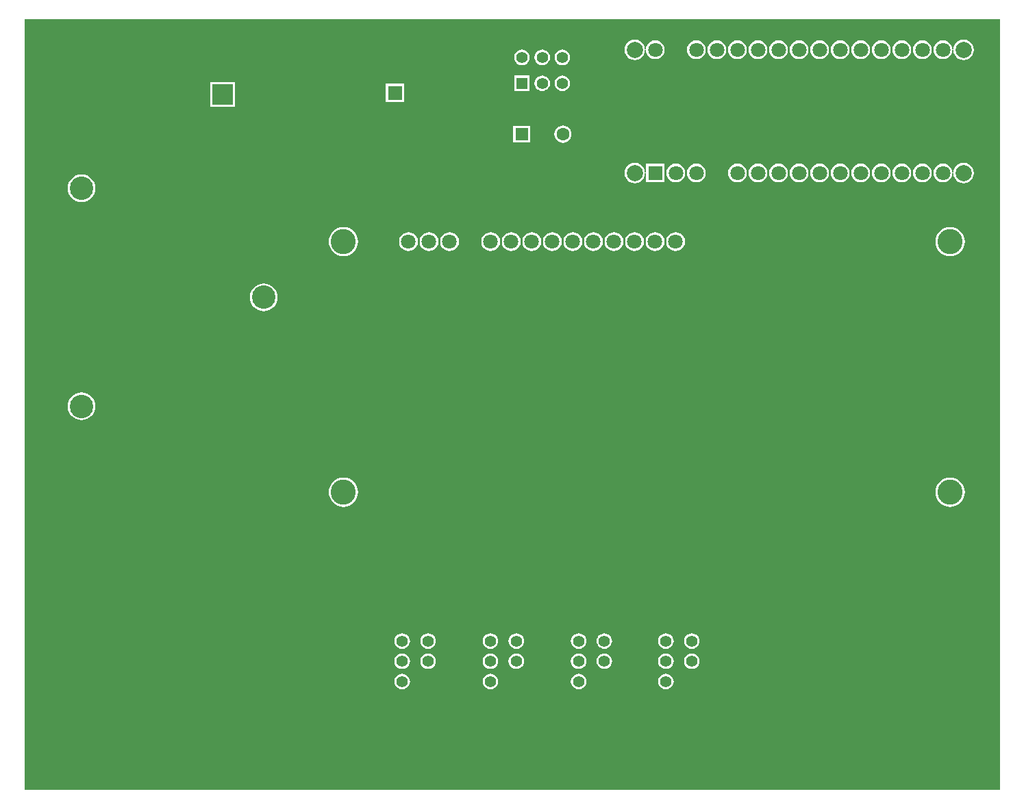
<source format=gbl>
G04*
G04 #@! TF.GenerationSoftware,Altium Limited,Altium Designer,19.1.9 (167)*
G04*
G04 Layer_Physical_Order=2*
G04 Layer_Color=16711680*
%FSLAX24Y24*%
%MOIN*%
G70*
G01*
G75*
%ADD44C,0.0551*%
%ADD45R,0.0551X0.0551*%
%ADD46R,0.0551X0.0551*%
%ADD47R,0.1024X0.1024*%
%ADD48C,0.1024*%
%ADD49C,0.1142*%
%ADD50C,0.0787*%
%ADD51R,0.0709X0.0709*%
%ADD52C,0.0709*%
%ADD53C,0.1220*%
%ADD54R,0.0630X0.0630*%
%ADD55C,0.0630*%
%ADD56C,0.0500*%
G36*
X47480Y0D02*
X35D01*
X-0Y35D01*
X0Y37520D01*
X47480D01*
X47480Y0D01*
D02*
G37*
%LPC*%
G36*
X45701Y36537D02*
X45572Y36520D01*
X45452Y36471D01*
X45349Y36391D01*
X45270Y36288D01*
X45220Y36168D01*
X45206Y36065D01*
X45156D01*
X45143Y36158D01*
X45098Y36268D01*
X45025Y36363D01*
X44930Y36436D01*
X44819Y36482D01*
X44701Y36498D01*
X44582Y36482D01*
X44472Y36436D01*
X44377Y36363D01*
X44304Y36268D01*
X44258Y36158D01*
X44243Y36039D01*
X44258Y35921D01*
X44304Y35810D01*
X44377Y35715D01*
X44472Y35643D01*
X44582Y35597D01*
X44701Y35581D01*
X44819Y35597D01*
X44930Y35643D01*
X45025Y35715D01*
X45098Y35810D01*
X45143Y35921D01*
X45156Y36014D01*
X45206D01*
X45220Y35910D01*
X45270Y35790D01*
X45349Y35687D01*
X45452Y35608D01*
X45572Y35558D01*
X45701Y35541D01*
X45830Y35558D01*
X45950Y35608D01*
X46053Y35687D01*
X46132Y35790D01*
X46182Y35910D01*
X46199Y36039D01*
X46182Y36168D01*
X46132Y36288D01*
X46053Y36391D01*
X45950Y36471D01*
X45830Y36520D01*
X45701Y36537D01*
D02*
G37*
G36*
X43701Y36498D02*
X43582Y36482D01*
X43472Y36436D01*
X43377Y36363D01*
X43304Y36268D01*
X43258Y36158D01*
X43243Y36039D01*
X43258Y35921D01*
X43304Y35810D01*
X43377Y35715D01*
X43472Y35643D01*
X43582Y35597D01*
X43701Y35581D01*
X43819Y35597D01*
X43930Y35643D01*
X44025Y35715D01*
X44098Y35810D01*
X44143Y35921D01*
X44159Y36039D01*
X44143Y36158D01*
X44098Y36268D01*
X44025Y36363D01*
X43930Y36436D01*
X43819Y36482D01*
X43701Y36498D01*
D02*
G37*
G36*
X42701D02*
X42582Y36482D01*
X42472Y36436D01*
X42377Y36363D01*
X42304Y36268D01*
X42258Y36158D01*
X42243Y36039D01*
X42258Y35921D01*
X42304Y35810D01*
X42377Y35715D01*
X42472Y35643D01*
X42582Y35597D01*
X42701Y35581D01*
X42819Y35597D01*
X42930Y35643D01*
X43025Y35715D01*
X43098Y35810D01*
X43143Y35921D01*
X43159Y36039D01*
X43143Y36158D01*
X43098Y36268D01*
X43025Y36363D01*
X42930Y36436D01*
X42819Y36482D01*
X42701Y36498D01*
D02*
G37*
G36*
X41701D02*
X41582Y36482D01*
X41472Y36436D01*
X41377Y36363D01*
X41304Y36268D01*
X41258Y36158D01*
X41243Y36039D01*
X41258Y35921D01*
X41304Y35810D01*
X41377Y35715D01*
X41472Y35643D01*
X41582Y35597D01*
X41701Y35581D01*
X41819Y35597D01*
X41930Y35643D01*
X42025Y35715D01*
X42098Y35810D01*
X42143Y35921D01*
X42159Y36039D01*
X42143Y36158D01*
X42098Y36268D01*
X42025Y36363D01*
X41930Y36436D01*
X41819Y36482D01*
X41701Y36498D01*
D02*
G37*
G36*
X40701D02*
X40582Y36482D01*
X40472Y36436D01*
X40377Y36363D01*
X40304Y36268D01*
X40258Y36158D01*
X40243Y36039D01*
X40258Y35921D01*
X40304Y35810D01*
X40377Y35715D01*
X40472Y35643D01*
X40582Y35597D01*
X40701Y35581D01*
X40819Y35597D01*
X40930Y35643D01*
X41025Y35715D01*
X41098Y35810D01*
X41143Y35921D01*
X41159Y36039D01*
X41143Y36158D01*
X41098Y36268D01*
X41025Y36363D01*
X40930Y36436D01*
X40819Y36482D01*
X40701Y36498D01*
D02*
G37*
G36*
X39701D02*
X39582Y36482D01*
X39472Y36436D01*
X39377Y36363D01*
X39304Y36268D01*
X39258Y36158D01*
X39243Y36039D01*
X39258Y35921D01*
X39304Y35810D01*
X39377Y35715D01*
X39472Y35643D01*
X39582Y35597D01*
X39701Y35581D01*
X39819Y35597D01*
X39930Y35643D01*
X40025Y35715D01*
X40098Y35810D01*
X40143Y35921D01*
X40159Y36039D01*
X40143Y36158D01*
X40098Y36268D01*
X40025Y36363D01*
X39930Y36436D01*
X39819Y36482D01*
X39701Y36498D01*
D02*
G37*
G36*
X38701D02*
X38582Y36482D01*
X38472Y36436D01*
X38377Y36363D01*
X38304Y36268D01*
X38258Y36158D01*
X38243Y36039D01*
X38258Y35921D01*
X38304Y35810D01*
X38377Y35715D01*
X38472Y35643D01*
X38582Y35597D01*
X38701Y35581D01*
X38819Y35597D01*
X38930Y35643D01*
X39025Y35715D01*
X39098Y35810D01*
X39143Y35921D01*
X39159Y36039D01*
X39143Y36158D01*
X39098Y36268D01*
X39025Y36363D01*
X38930Y36436D01*
X38819Y36482D01*
X38701Y36498D01*
D02*
G37*
G36*
X37701D02*
X37582Y36482D01*
X37472Y36436D01*
X37377Y36363D01*
X37304Y36268D01*
X37258Y36158D01*
X37243Y36039D01*
X37258Y35921D01*
X37304Y35810D01*
X37377Y35715D01*
X37472Y35643D01*
X37582Y35597D01*
X37701Y35581D01*
X37819Y35597D01*
X37930Y35643D01*
X38025Y35715D01*
X38098Y35810D01*
X38143Y35921D01*
X38159Y36039D01*
X38143Y36158D01*
X38098Y36268D01*
X38025Y36363D01*
X37930Y36436D01*
X37819Y36482D01*
X37701Y36498D01*
D02*
G37*
G36*
X36701D02*
X36582Y36482D01*
X36472Y36436D01*
X36377Y36363D01*
X36304Y36268D01*
X36258Y36158D01*
X36243Y36039D01*
X36258Y35921D01*
X36304Y35810D01*
X36377Y35715D01*
X36472Y35643D01*
X36582Y35597D01*
X36701Y35581D01*
X36819Y35597D01*
X36930Y35643D01*
X37025Y35715D01*
X37098Y35810D01*
X37143Y35921D01*
X37159Y36039D01*
X37143Y36158D01*
X37098Y36268D01*
X37025Y36363D01*
X36930Y36436D01*
X36819Y36482D01*
X36701Y36498D01*
D02*
G37*
G36*
X35701D02*
X35582Y36482D01*
X35472Y36436D01*
X35377Y36363D01*
X35304Y36268D01*
X35258Y36158D01*
X35243Y36039D01*
X35258Y35921D01*
X35304Y35810D01*
X35377Y35715D01*
X35472Y35643D01*
X35582Y35597D01*
X35701Y35581D01*
X35819Y35597D01*
X35930Y35643D01*
X36025Y35715D01*
X36098Y35810D01*
X36143Y35921D01*
X36159Y36039D01*
X36143Y36158D01*
X36098Y36268D01*
X36025Y36363D01*
X35930Y36436D01*
X35819Y36482D01*
X35701Y36498D01*
D02*
G37*
G36*
X34701D02*
X34582Y36482D01*
X34472Y36436D01*
X34377Y36363D01*
X34304Y36268D01*
X34258Y36158D01*
X34243Y36039D01*
X34258Y35921D01*
X34304Y35810D01*
X34377Y35715D01*
X34472Y35643D01*
X34582Y35597D01*
X34701Y35581D01*
X34819Y35597D01*
X34930Y35643D01*
X35025Y35715D01*
X35098Y35810D01*
X35143Y35921D01*
X35159Y36039D01*
X35143Y36158D01*
X35098Y36268D01*
X35025Y36363D01*
X34930Y36436D01*
X34819Y36482D01*
X34701Y36498D01*
D02*
G37*
G36*
X33701D02*
X33582Y36482D01*
X33472Y36436D01*
X33377Y36363D01*
X33304Y36268D01*
X33258Y36158D01*
X33243Y36039D01*
X33258Y35921D01*
X33304Y35810D01*
X33377Y35715D01*
X33472Y35643D01*
X33582Y35597D01*
X33701Y35581D01*
X33819Y35597D01*
X33930Y35643D01*
X34025Y35715D01*
X34098Y35810D01*
X34143Y35921D01*
X34159Y36039D01*
X34143Y36158D01*
X34098Y36268D01*
X34025Y36363D01*
X33930Y36436D01*
X33819Y36482D01*
X33701Y36498D01*
D02*
G37*
G36*
X32701D02*
X32582Y36482D01*
X32472Y36436D01*
X32377Y36363D01*
X32304Y36268D01*
X32258Y36158D01*
X32243Y36039D01*
X32258Y35921D01*
X32304Y35810D01*
X32377Y35715D01*
X32472Y35643D01*
X32582Y35597D01*
X32701Y35581D01*
X32819Y35597D01*
X32930Y35643D01*
X33025Y35715D01*
X33098Y35810D01*
X33143Y35921D01*
X33159Y36039D01*
X33143Y36158D01*
X33098Y36268D01*
X33025Y36363D01*
X32930Y36436D01*
X32819Y36482D01*
X32701Y36498D01*
D02*
G37*
G36*
X29701Y36537D02*
X29572Y36520D01*
X29452Y36471D01*
X29349Y36391D01*
X29270Y36288D01*
X29220Y36168D01*
X29203Y36039D01*
X29220Y35910D01*
X29270Y35790D01*
X29349Y35687D01*
X29452Y35608D01*
X29572Y35558D01*
X29701Y35541D01*
X29830Y35558D01*
X29950Y35608D01*
X30053Y35687D01*
X30132Y35790D01*
X30182Y35910D01*
X30195Y36014D01*
X30246D01*
X30258Y35921D01*
X30304Y35810D01*
X30377Y35715D01*
X30472Y35643D01*
X30582Y35597D01*
X30701Y35581D01*
X30819Y35597D01*
X30930Y35643D01*
X31025Y35715D01*
X31098Y35810D01*
X31143Y35921D01*
X31159Y36039D01*
X31143Y36158D01*
X31098Y36268D01*
X31025Y36363D01*
X30930Y36436D01*
X30819Y36482D01*
X30701Y36498D01*
X30582Y36482D01*
X30472Y36436D01*
X30377Y36363D01*
X30304Y36268D01*
X30258Y36158D01*
X30246Y36065D01*
X30195D01*
X30182Y36168D01*
X30132Y36288D01*
X30053Y36391D01*
X29950Y36471D01*
X29830Y36520D01*
X29701Y36537D01*
D02*
G37*
G36*
X26181Y36048D02*
X26083Y36035D01*
X25992Y35997D01*
X25913Y35937D01*
X25853Y35859D01*
X25815Y35767D01*
X25802Y35669D01*
X25815Y35571D01*
X25853Y35480D01*
X25913Y35401D01*
X25992Y35341D01*
X26083Y35303D01*
X26181Y35290D01*
X26279Y35303D01*
X26371Y35341D01*
X26449Y35401D01*
X26509Y35480D01*
X26547Y35571D01*
X26560Y35669D01*
X26547Y35767D01*
X26509Y35859D01*
X26449Y35937D01*
X26371Y35997D01*
X26279Y36035D01*
X26181Y36048D01*
D02*
G37*
G36*
X25197D02*
X25099Y36035D01*
X25007Y35997D01*
X24929Y35937D01*
X24869Y35859D01*
X24831Y35767D01*
X24818Y35669D01*
X24831Y35571D01*
X24869Y35480D01*
X24929Y35401D01*
X25007Y35341D01*
X25099Y35303D01*
X25197Y35290D01*
X25295Y35303D01*
X25386Y35341D01*
X25465Y35401D01*
X25525Y35480D01*
X25563Y35571D01*
X25576Y35669D01*
X25563Y35767D01*
X25525Y35859D01*
X25465Y35937D01*
X25386Y35997D01*
X25295Y36035D01*
X25197Y36048D01*
D02*
G37*
G36*
X24213D02*
X24115Y36035D01*
X24023Y35997D01*
X23945Y35937D01*
X23885Y35859D01*
X23847Y35767D01*
X23834Y35669D01*
X23847Y35571D01*
X23885Y35480D01*
X23945Y35401D01*
X24023Y35341D01*
X24115Y35303D01*
X24213Y35290D01*
X24311Y35303D01*
X24402Y35341D01*
X24480Y35401D01*
X24541Y35480D01*
X24579Y35571D01*
X24591Y35669D01*
X24579Y35767D01*
X24541Y35859D01*
X24480Y35937D01*
X24402Y35997D01*
X24311Y36035D01*
X24213Y36048D01*
D02*
G37*
G36*
X24588Y34785D02*
X23837D01*
Y34034D01*
X24588D01*
Y34785D01*
D02*
G37*
G36*
X26181Y34788D02*
X26083Y34775D01*
X25992Y34738D01*
X25913Y34677D01*
X25853Y34599D01*
X25815Y34508D01*
X25802Y34409D01*
X25815Y34311D01*
X25853Y34220D01*
X25913Y34142D01*
X25992Y34081D01*
X26083Y34044D01*
X26181Y34031D01*
X26279Y34044D01*
X26371Y34081D01*
X26449Y34142D01*
X26509Y34220D01*
X26547Y34311D01*
X26560Y34409D01*
X26547Y34508D01*
X26509Y34599D01*
X26449Y34677D01*
X26371Y34738D01*
X26279Y34775D01*
X26181Y34788D01*
D02*
G37*
G36*
X25197D02*
X25099Y34775D01*
X25007Y34738D01*
X24929Y34677D01*
X24869Y34599D01*
X24831Y34508D01*
X24818Y34409D01*
X24831Y34311D01*
X24869Y34220D01*
X24929Y34142D01*
X25007Y34081D01*
X25099Y34044D01*
X25197Y34031D01*
X25295Y34044D01*
X25386Y34081D01*
X25465Y34142D01*
X25525Y34220D01*
X25563Y34311D01*
X25576Y34409D01*
X25563Y34508D01*
X25525Y34599D01*
X25465Y34677D01*
X25386Y34738D01*
X25295Y34775D01*
X25197Y34788D01*
D02*
G37*
G36*
X18486Y34391D02*
X17577D01*
Y33483D01*
X18486D01*
Y34391D01*
D02*
G37*
G36*
X10257Y34470D02*
X9034D01*
Y33246D01*
X10257D01*
Y34470D01*
D02*
G37*
G36*
X24624Y32344D02*
X23794D01*
Y31514D01*
X24624D01*
Y32344D01*
D02*
G37*
G36*
X26209Y32348D02*
X26100Y32333D01*
X25999Y32292D01*
X25913Y32225D01*
X25846Y32138D01*
X25804Y32037D01*
X25790Y31929D01*
X25804Y31821D01*
X25846Y31720D01*
X25913Y31633D01*
X25999Y31567D01*
X26100Y31525D01*
X26209Y31511D01*
X26317Y31525D01*
X26418Y31567D01*
X26505Y31633D01*
X26571Y31720D01*
X26613Y31821D01*
X26627Y31929D01*
X26613Y32037D01*
X26571Y32138D01*
X26505Y32225D01*
X26418Y32292D01*
X26317Y32333D01*
X26209Y32348D01*
D02*
G37*
G36*
X45701Y30537D02*
X45572Y30520D01*
X45452Y30471D01*
X45349Y30391D01*
X45270Y30288D01*
X45220Y30168D01*
X45206Y30065D01*
X45156D01*
X45143Y30158D01*
X45098Y30268D01*
X45025Y30363D01*
X44930Y30436D01*
X44819Y30482D01*
X44701Y30498D01*
X44582Y30482D01*
X44472Y30436D01*
X44377Y30363D01*
X44304Y30268D01*
X44258Y30158D01*
X44243Y30039D01*
X44258Y29921D01*
X44304Y29810D01*
X44377Y29715D01*
X44472Y29643D01*
X44582Y29597D01*
X44701Y29581D01*
X44819Y29597D01*
X44930Y29643D01*
X45025Y29715D01*
X45098Y29810D01*
X45143Y29921D01*
X45156Y30014D01*
X45206D01*
X45220Y29910D01*
X45270Y29790D01*
X45349Y29687D01*
X45452Y29608D01*
X45572Y29558D01*
X45701Y29541D01*
X45830Y29558D01*
X45950Y29608D01*
X46053Y29687D01*
X46132Y29790D01*
X46182Y29910D01*
X46199Y30039D01*
X46182Y30168D01*
X46132Y30288D01*
X46053Y30391D01*
X45950Y30471D01*
X45830Y30520D01*
X45701Y30537D01*
D02*
G37*
G36*
X29701D02*
X29572Y30520D01*
X29452Y30471D01*
X29349Y30391D01*
X29270Y30288D01*
X29220Y30168D01*
X29203Y30039D01*
X29220Y29910D01*
X29270Y29790D01*
X29349Y29687D01*
X29452Y29608D01*
X29572Y29558D01*
X29701Y29541D01*
X29830Y29558D01*
X29950Y29608D01*
X30053Y29687D01*
X30132Y29790D01*
X30182Y29910D01*
X30195Y30009D01*
X30196Y30022D01*
X30246Y30019D01*
Y29585D01*
X31155D01*
Y30494D01*
X30246D01*
Y30060D01*
X30196Y30057D01*
X30195Y30070D01*
X30182Y30168D01*
X30132Y30288D01*
X30053Y30391D01*
X29950Y30471D01*
X29830Y30520D01*
X29701Y30537D01*
D02*
G37*
G36*
X43701Y30498D02*
X43582Y30482D01*
X43472Y30436D01*
X43377Y30363D01*
X43304Y30268D01*
X43258Y30158D01*
X43243Y30039D01*
X43258Y29921D01*
X43304Y29810D01*
X43377Y29715D01*
X43472Y29643D01*
X43582Y29597D01*
X43701Y29581D01*
X43819Y29597D01*
X43930Y29643D01*
X44025Y29715D01*
X44098Y29810D01*
X44143Y29921D01*
X44159Y30039D01*
X44143Y30158D01*
X44098Y30268D01*
X44025Y30363D01*
X43930Y30436D01*
X43819Y30482D01*
X43701Y30498D01*
D02*
G37*
G36*
X42701D02*
X42582Y30482D01*
X42472Y30436D01*
X42377Y30363D01*
X42304Y30268D01*
X42258Y30158D01*
X42243Y30039D01*
X42258Y29921D01*
X42304Y29810D01*
X42377Y29715D01*
X42472Y29643D01*
X42582Y29597D01*
X42701Y29581D01*
X42819Y29597D01*
X42930Y29643D01*
X43025Y29715D01*
X43098Y29810D01*
X43143Y29921D01*
X43159Y30039D01*
X43143Y30158D01*
X43098Y30268D01*
X43025Y30363D01*
X42930Y30436D01*
X42819Y30482D01*
X42701Y30498D01*
D02*
G37*
G36*
X41701D02*
X41582Y30482D01*
X41472Y30436D01*
X41377Y30363D01*
X41304Y30268D01*
X41258Y30158D01*
X41243Y30039D01*
X41258Y29921D01*
X41304Y29810D01*
X41377Y29715D01*
X41472Y29643D01*
X41582Y29597D01*
X41701Y29581D01*
X41819Y29597D01*
X41930Y29643D01*
X42025Y29715D01*
X42098Y29810D01*
X42143Y29921D01*
X42159Y30039D01*
X42143Y30158D01*
X42098Y30268D01*
X42025Y30363D01*
X41930Y30436D01*
X41819Y30482D01*
X41701Y30498D01*
D02*
G37*
G36*
X40701D02*
X40582Y30482D01*
X40472Y30436D01*
X40377Y30363D01*
X40304Y30268D01*
X40258Y30158D01*
X40243Y30039D01*
X40258Y29921D01*
X40304Y29810D01*
X40377Y29715D01*
X40472Y29643D01*
X40582Y29597D01*
X40701Y29581D01*
X40819Y29597D01*
X40930Y29643D01*
X41025Y29715D01*
X41098Y29810D01*
X41143Y29921D01*
X41159Y30039D01*
X41143Y30158D01*
X41098Y30268D01*
X41025Y30363D01*
X40930Y30436D01*
X40819Y30482D01*
X40701Y30498D01*
D02*
G37*
G36*
X39701D02*
X39582Y30482D01*
X39472Y30436D01*
X39377Y30363D01*
X39304Y30268D01*
X39258Y30158D01*
X39243Y30039D01*
X39258Y29921D01*
X39304Y29810D01*
X39377Y29715D01*
X39472Y29643D01*
X39582Y29597D01*
X39701Y29581D01*
X39819Y29597D01*
X39930Y29643D01*
X40025Y29715D01*
X40098Y29810D01*
X40143Y29921D01*
X40159Y30039D01*
X40143Y30158D01*
X40098Y30268D01*
X40025Y30363D01*
X39930Y30436D01*
X39819Y30482D01*
X39701Y30498D01*
D02*
G37*
G36*
X38701D02*
X38582Y30482D01*
X38472Y30436D01*
X38377Y30363D01*
X38304Y30268D01*
X38258Y30158D01*
X38243Y30039D01*
X38258Y29921D01*
X38304Y29810D01*
X38377Y29715D01*
X38472Y29643D01*
X38582Y29597D01*
X38701Y29581D01*
X38819Y29597D01*
X38930Y29643D01*
X39025Y29715D01*
X39098Y29810D01*
X39143Y29921D01*
X39159Y30039D01*
X39143Y30158D01*
X39098Y30268D01*
X39025Y30363D01*
X38930Y30436D01*
X38819Y30482D01*
X38701Y30498D01*
D02*
G37*
G36*
X37701D02*
X37582Y30482D01*
X37472Y30436D01*
X37377Y30363D01*
X37304Y30268D01*
X37258Y30158D01*
X37243Y30039D01*
X37258Y29921D01*
X37304Y29810D01*
X37377Y29715D01*
X37472Y29643D01*
X37582Y29597D01*
X37701Y29581D01*
X37819Y29597D01*
X37930Y29643D01*
X38025Y29715D01*
X38098Y29810D01*
X38143Y29921D01*
X38159Y30039D01*
X38143Y30158D01*
X38098Y30268D01*
X38025Y30363D01*
X37930Y30436D01*
X37819Y30482D01*
X37701Y30498D01*
D02*
G37*
G36*
X36701D02*
X36582Y30482D01*
X36472Y30436D01*
X36377Y30363D01*
X36304Y30268D01*
X36258Y30158D01*
X36243Y30039D01*
X36258Y29921D01*
X36304Y29810D01*
X36377Y29715D01*
X36472Y29643D01*
X36582Y29597D01*
X36701Y29581D01*
X36819Y29597D01*
X36930Y29643D01*
X37025Y29715D01*
X37098Y29810D01*
X37143Y29921D01*
X37159Y30039D01*
X37143Y30158D01*
X37098Y30268D01*
X37025Y30363D01*
X36930Y30436D01*
X36819Y30482D01*
X36701Y30498D01*
D02*
G37*
G36*
X35701D02*
X35582Y30482D01*
X35472Y30436D01*
X35377Y30363D01*
X35304Y30268D01*
X35258Y30158D01*
X35243Y30039D01*
X35258Y29921D01*
X35304Y29810D01*
X35377Y29715D01*
X35472Y29643D01*
X35582Y29597D01*
X35701Y29581D01*
X35819Y29597D01*
X35930Y29643D01*
X36025Y29715D01*
X36098Y29810D01*
X36143Y29921D01*
X36159Y30039D01*
X36143Y30158D01*
X36098Y30268D01*
X36025Y30363D01*
X35930Y30436D01*
X35819Y30482D01*
X35701Y30498D01*
D02*
G37*
G36*
X34701D02*
X34582Y30482D01*
X34472Y30436D01*
X34377Y30363D01*
X34304Y30268D01*
X34258Y30158D01*
X34243Y30039D01*
X34258Y29921D01*
X34304Y29810D01*
X34377Y29715D01*
X34472Y29643D01*
X34582Y29597D01*
X34701Y29581D01*
X34819Y29597D01*
X34930Y29643D01*
X35025Y29715D01*
X35098Y29810D01*
X35143Y29921D01*
X35159Y30039D01*
X35143Y30158D01*
X35098Y30268D01*
X35025Y30363D01*
X34930Y30436D01*
X34819Y30482D01*
X34701Y30498D01*
D02*
G37*
G36*
X32701D02*
X32582Y30482D01*
X32472Y30436D01*
X32377Y30363D01*
X32304Y30268D01*
X32258Y30158D01*
X32243Y30039D01*
X32258Y29921D01*
X32304Y29810D01*
X32377Y29715D01*
X32472Y29643D01*
X32582Y29597D01*
X32701Y29581D01*
X32819Y29597D01*
X32930Y29643D01*
X33025Y29715D01*
X33098Y29810D01*
X33143Y29921D01*
X33159Y30039D01*
X33143Y30158D01*
X33098Y30268D01*
X33025Y30363D01*
X32930Y30436D01*
X32819Y30482D01*
X32701Y30498D01*
D02*
G37*
G36*
X31701D02*
X31582Y30482D01*
X31472Y30436D01*
X31377Y30363D01*
X31304Y30268D01*
X31258Y30158D01*
X31243Y30039D01*
X31258Y29921D01*
X31304Y29810D01*
X31377Y29715D01*
X31472Y29643D01*
X31582Y29597D01*
X31701Y29581D01*
X31819Y29597D01*
X31930Y29643D01*
X32025Y29715D01*
X32098Y29810D01*
X32143Y29921D01*
X32159Y30039D01*
X32143Y30158D01*
X32098Y30268D01*
X32025Y30363D01*
X31930Y30436D01*
X31819Y30482D01*
X31701Y30498D01*
D02*
G37*
G36*
X2780Y29965D02*
X2648Y29952D01*
X2522Y29914D01*
X2405Y29852D01*
X2303Y29768D01*
X2219Y29666D01*
X2157Y29549D01*
X2118Y29423D01*
X2105Y29291D01*
X2118Y29160D01*
X2157Y29033D01*
X2219Y28917D01*
X2303Y28815D01*
X2405Y28731D01*
X2522Y28669D01*
X2648Y28630D01*
X2780Y28617D01*
X2911Y28630D01*
X3038Y28669D01*
X3154Y28731D01*
X3256Y28815D01*
X3340Y28917D01*
X3402Y29033D01*
X3441Y29160D01*
X3454Y29291D01*
X3441Y29423D01*
X3402Y29549D01*
X3340Y29666D01*
X3256Y29768D01*
X3154Y29852D01*
X3038Y29914D01*
X2911Y29952D01*
X2780Y29965D01*
D02*
G37*
G36*
X31693Y27151D02*
X31574Y27136D01*
X31464Y27090D01*
X31369Y27017D01*
X31296Y26922D01*
X31250Y26812D01*
X31235Y26693D01*
X31250Y26574D01*
X31296Y26464D01*
X31369Y26369D01*
X31464Y26296D01*
X31574Y26250D01*
X31693Y26235D01*
X31812Y26250D01*
X31922Y26296D01*
X32017Y26369D01*
X32090Y26464D01*
X32136Y26574D01*
X32151Y26693D01*
X32136Y26812D01*
X32090Y26922D01*
X32017Y27017D01*
X31922Y27090D01*
X31812Y27136D01*
X31693Y27151D01*
D02*
G37*
G36*
X30693D02*
X30574Y27136D01*
X30464Y27090D01*
X30369Y27017D01*
X30296Y26922D01*
X30250Y26812D01*
X30235Y26693D01*
X30250Y26574D01*
X30296Y26464D01*
X30369Y26369D01*
X30464Y26296D01*
X30574Y26250D01*
X30693Y26235D01*
X30812Y26250D01*
X30922Y26296D01*
X31017Y26369D01*
X31090Y26464D01*
X31136Y26574D01*
X31151Y26693D01*
X31136Y26812D01*
X31090Y26922D01*
X31017Y27017D01*
X30922Y27090D01*
X30812Y27136D01*
X30693Y27151D01*
D02*
G37*
G36*
X29693D02*
X29574Y27136D01*
X29464Y27090D01*
X29369Y27017D01*
X29296Y26922D01*
X29250Y26812D01*
X29235Y26693D01*
X29250Y26574D01*
X29296Y26464D01*
X29369Y26369D01*
X29464Y26296D01*
X29574Y26250D01*
X29693Y26235D01*
X29812Y26250D01*
X29922Y26296D01*
X30017Y26369D01*
X30090Y26464D01*
X30136Y26574D01*
X30151Y26693D01*
X30136Y26812D01*
X30090Y26922D01*
X30017Y27017D01*
X29922Y27090D01*
X29812Y27136D01*
X29693Y27151D01*
D02*
G37*
G36*
X28693D02*
X28574Y27136D01*
X28464Y27090D01*
X28369Y27017D01*
X28296Y26922D01*
X28250Y26812D01*
X28235Y26693D01*
X28250Y26574D01*
X28296Y26464D01*
X28369Y26369D01*
X28464Y26296D01*
X28574Y26250D01*
X28693Y26235D01*
X28812Y26250D01*
X28922Y26296D01*
X29017Y26369D01*
X29090Y26464D01*
X29136Y26574D01*
X29151Y26693D01*
X29136Y26812D01*
X29090Y26922D01*
X29017Y27017D01*
X28922Y27090D01*
X28812Y27136D01*
X28693Y27151D01*
D02*
G37*
G36*
X27693D02*
X27574Y27136D01*
X27464Y27090D01*
X27369Y27017D01*
X27296Y26922D01*
X27250Y26812D01*
X27235Y26693D01*
X27250Y26574D01*
X27296Y26464D01*
X27369Y26369D01*
X27464Y26296D01*
X27574Y26250D01*
X27693Y26235D01*
X27812Y26250D01*
X27922Y26296D01*
X28017Y26369D01*
X28090Y26464D01*
X28136Y26574D01*
X28151Y26693D01*
X28136Y26812D01*
X28090Y26922D01*
X28017Y27017D01*
X27922Y27090D01*
X27812Y27136D01*
X27693Y27151D01*
D02*
G37*
G36*
X26693D02*
X26574Y27136D01*
X26464Y27090D01*
X26369Y27017D01*
X26296Y26922D01*
X26250Y26812D01*
X26235Y26693D01*
X26250Y26574D01*
X26296Y26464D01*
X26369Y26369D01*
X26464Y26296D01*
X26574Y26250D01*
X26693Y26235D01*
X26812Y26250D01*
X26922Y26296D01*
X27017Y26369D01*
X27090Y26464D01*
X27136Y26574D01*
X27151Y26693D01*
X27136Y26812D01*
X27090Y26922D01*
X27017Y27017D01*
X26922Y27090D01*
X26812Y27136D01*
X26693Y27151D01*
D02*
G37*
G36*
X25693D02*
X25574Y27136D01*
X25464Y27090D01*
X25369Y27017D01*
X25296Y26922D01*
X25250Y26812D01*
X25235Y26693D01*
X25250Y26574D01*
X25296Y26464D01*
X25369Y26369D01*
X25464Y26296D01*
X25574Y26250D01*
X25693Y26235D01*
X25812Y26250D01*
X25922Y26296D01*
X26017Y26369D01*
X26090Y26464D01*
X26136Y26574D01*
X26151Y26693D01*
X26136Y26812D01*
X26090Y26922D01*
X26017Y27017D01*
X25922Y27090D01*
X25812Y27136D01*
X25693Y27151D01*
D02*
G37*
G36*
X24693D02*
X24574Y27136D01*
X24464Y27090D01*
X24369Y27017D01*
X24296Y26922D01*
X24250Y26812D01*
X24235Y26693D01*
X24250Y26574D01*
X24296Y26464D01*
X24369Y26369D01*
X24464Y26296D01*
X24574Y26250D01*
X24693Y26235D01*
X24812Y26250D01*
X24922Y26296D01*
X25017Y26369D01*
X25090Y26464D01*
X25136Y26574D01*
X25151Y26693D01*
X25136Y26812D01*
X25090Y26922D01*
X25017Y27017D01*
X24922Y27090D01*
X24812Y27136D01*
X24693Y27151D01*
D02*
G37*
G36*
X23693D02*
X23574Y27136D01*
X23464Y27090D01*
X23369Y27017D01*
X23296Y26922D01*
X23250Y26812D01*
X23235Y26693D01*
X23250Y26574D01*
X23296Y26464D01*
X23369Y26369D01*
X23464Y26296D01*
X23574Y26250D01*
X23693Y26235D01*
X23812Y26250D01*
X23922Y26296D01*
X24017Y26369D01*
X24090Y26464D01*
X24136Y26574D01*
X24151Y26693D01*
X24136Y26812D01*
X24090Y26922D01*
X24017Y27017D01*
X23922Y27090D01*
X23812Y27136D01*
X23693Y27151D01*
D02*
G37*
G36*
X22693D02*
X22574Y27136D01*
X22464Y27090D01*
X22369Y27017D01*
X22296Y26922D01*
X22250Y26812D01*
X22235Y26693D01*
X22250Y26574D01*
X22296Y26464D01*
X22369Y26369D01*
X22464Y26296D01*
X22574Y26250D01*
X22693Y26235D01*
X22812Y26250D01*
X22922Y26296D01*
X23017Y26369D01*
X23090Y26464D01*
X23136Y26574D01*
X23151Y26693D01*
X23136Y26812D01*
X23090Y26922D01*
X23017Y27017D01*
X22922Y27090D01*
X22812Y27136D01*
X22693Y27151D01*
D02*
G37*
G36*
X20693D02*
X20574Y27136D01*
X20464Y27090D01*
X20369Y27017D01*
X20296Y26922D01*
X20250Y26812D01*
X20235Y26693D01*
X20250Y26574D01*
X20296Y26464D01*
X20369Y26369D01*
X20464Y26296D01*
X20574Y26250D01*
X20693Y26235D01*
X20812Y26250D01*
X20922Y26296D01*
X21017Y26369D01*
X21090Y26464D01*
X21136Y26574D01*
X21151Y26693D01*
X21136Y26812D01*
X21090Y26922D01*
X21017Y27017D01*
X20922Y27090D01*
X20812Y27136D01*
X20693Y27151D01*
D02*
G37*
G36*
X19693D02*
X19574Y27136D01*
X19464Y27090D01*
X19369Y27017D01*
X19296Y26922D01*
X19250Y26812D01*
X19235Y26693D01*
X19250Y26574D01*
X19296Y26464D01*
X19369Y26369D01*
X19464Y26296D01*
X19574Y26250D01*
X19693Y26235D01*
X19812Y26250D01*
X19922Y26296D01*
X20017Y26369D01*
X20090Y26464D01*
X20136Y26574D01*
X20151Y26693D01*
X20136Y26812D01*
X20090Y26922D01*
X20017Y27017D01*
X19922Y27090D01*
X19812Y27136D01*
X19693Y27151D01*
D02*
G37*
G36*
X18693D02*
X18574Y27136D01*
X18464Y27090D01*
X18369Y27017D01*
X18296Y26922D01*
X18250Y26812D01*
X18235Y26693D01*
X18250Y26574D01*
X18296Y26464D01*
X18369Y26369D01*
X18464Y26296D01*
X18574Y26250D01*
X18693Y26235D01*
X18812Y26250D01*
X18922Y26296D01*
X19017Y26369D01*
X19090Y26464D01*
X19136Y26574D01*
X19151Y26693D01*
X19136Y26812D01*
X19090Y26922D01*
X19017Y27017D01*
X18922Y27090D01*
X18812Y27136D01*
X18693Y27151D01*
D02*
G37*
G36*
X45055Y27407D02*
X44916Y27393D01*
X44782Y27352D01*
X44659Y27286D01*
X44550Y27198D01*
X44462Y27089D01*
X44396Y26966D01*
X44355Y26832D01*
X44341Y26693D01*
X44355Y26554D01*
X44396Y26420D01*
X44462Y26296D01*
X44550Y26188D01*
X44659Y26100D01*
X44782Y26034D01*
X44916Y25993D01*
X45055Y25979D01*
X45194Y25993D01*
X45328Y26034D01*
X45452Y26100D01*
X45560Y26188D01*
X45649Y26296D01*
X45714Y26420D01*
X45755Y26554D01*
X45769Y26693D01*
X45755Y26832D01*
X45714Y26966D01*
X45649Y27089D01*
X45560Y27198D01*
X45452Y27286D01*
X45328Y27352D01*
X45194Y27393D01*
X45055Y27407D01*
D02*
G37*
G36*
X15528D02*
X15388Y27393D01*
X15254Y27352D01*
X15131Y27286D01*
X15023Y27198D01*
X14934Y27089D01*
X14868Y26966D01*
X14828Y26832D01*
X14814Y26693D01*
X14828Y26554D01*
X14868Y26420D01*
X14934Y26296D01*
X15023Y26188D01*
X15131Y26100D01*
X15254Y26034D01*
X15388Y25993D01*
X15528Y25979D01*
X15667Y25993D01*
X15801Y26034D01*
X15924Y26100D01*
X16032Y26188D01*
X16121Y26296D01*
X16187Y26420D01*
X16228Y26554D01*
X16241Y26693D01*
X16228Y26832D01*
X16187Y26966D01*
X16121Y27089D01*
X16032Y27198D01*
X15924Y27286D01*
X15801Y27352D01*
X15667Y27393D01*
X15528Y27407D01*
D02*
G37*
G36*
X11650Y24654D02*
X11518Y24641D01*
X11392Y24603D01*
X11275Y24541D01*
X11173Y24457D01*
X11089Y24355D01*
X11027Y24238D01*
X10988Y24112D01*
X10975Y23980D01*
X10988Y23849D01*
X11027Y23722D01*
X11089Y23606D01*
X11173Y23504D01*
X11275Y23420D01*
X11392Y23358D01*
X11518Y23319D01*
X11650Y23306D01*
X11781Y23319D01*
X11908Y23358D01*
X12024Y23420D01*
X12126Y23504D01*
X12210Y23606D01*
X12272Y23722D01*
X12311Y23849D01*
X12324Y23980D01*
X12311Y24112D01*
X12272Y24238D01*
X12210Y24355D01*
X12126Y24457D01*
X12024Y24541D01*
X11908Y24603D01*
X11781Y24641D01*
X11650Y24654D01*
D02*
G37*
G36*
X2780Y19347D02*
X2648Y19334D01*
X2522Y19296D01*
X2405Y19234D01*
X2303Y19150D01*
X2219Y19048D01*
X2157Y18931D01*
X2118Y18805D01*
X2105Y18673D01*
X2118Y18542D01*
X2157Y18415D01*
X2219Y18299D01*
X2303Y18197D01*
X2405Y18113D01*
X2522Y18050D01*
X2648Y18012D01*
X2780Y17999D01*
X2911Y18012D01*
X3038Y18050D01*
X3154Y18113D01*
X3256Y18197D01*
X3340Y18299D01*
X3402Y18415D01*
X3441Y18542D01*
X3454Y18673D01*
X3441Y18805D01*
X3402Y18931D01*
X3340Y19048D01*
X3256Y19150D01*
X3154Y19234D01*
X3038Y19296D01*
X2911Y19334D01*
X2780Y19347D01*
D02*
G37*
G36*
X45055Y15202D02*
X44916Y15188D01*
X44782Y15148D01*
X44659Y15082D01*
X44550Y14993D01*
X44462Y14885D01*
X44396Y14761D01*
X44355Y14627D01*
X44341Y14488D01*
X44355Y14349D01*
X44396Y14215D01*
X44462Y14092D01*
X44550Y13984D01*
X44659Y13895D01*
X44782Y13829D01*
X44916Y13788D01*
X45055Y13775D01*
X45194Y13788D01*
X45328Y13829D01*
X45452Y13895D01*
X45560Y13984D01*
X45649Y14092D01*
X45714Y14215D01*
X45755Y14349D01*
X45769Y14488D01*
X45755Y14627D01*
X45714Y14761D01*
X45649Y14885D01*
X45560Y14993D01*
X45452Y15082D01*
X45328Y15148D01*
X45194Y15188D01*
X45055Y15202D01*
D02*
G37*
G36*
X15528D02*
X15388Y15188D01*
X15254Y15148D01*
X15131Y15082D01*
X15023Y14993D01*
X14934Y14885D01*
X14868Y14761D01*
X14828Y14627D01*
X14814Y14488D01*
X14828Y14349D01*
X14868Y14215D01*
X14934Y14092D01*
X15023Y13984D01*
X15131Y13895D01*
X15254Y13829D01*
X15388Y13788D01*
X15528Y13775D01*
X15667Y13788D01*
X15801Y13829D01*
X15924Y13895D01*
X16032Y13984D01*
X16121Y14092D01*
X16187Y14215D01*
X16228Y14349D01*
X16241Y14488D01*
X16228Y14627D01*
X16187Y14761D01*
X16121Y14885D01*
X16032Y14993D01*
X15924Y15082D01*
X15801Y15148D01*
X15667Y15188D01*
X15528Y15202D01*
D02*
G37*
G36*
X32480Y7623D02*
X32382Y7610D01*
X32291Y7572D01*
X32212Y7512D01*
X32152Y7434D01*
X32114Y7342D01*
X32101Y7244D01*
X32114Y7146D01*
X32152Y7055D01*
X32212Y6976D01*
X32291Y6916D01*
X32382Y6878D01*
X32480Y6865D01*
X32578Y6878D01*
X32670Y6916D01*
X32748Y6976D01*
X32808Y7055D01*
X32846Y7146D01*
X32859Y7244D01*
X32846Y7342D01*
X32808Y7434D01*
X32748Y7512D01*
X32670Y7572D01*
X32578Y7610D01*
X32480Y7623D01*
D02*
G37*
G36*
X31220D02*
X31122Y7610D01*
X31031Y7572D01*
X30953Y7512D01*
X30892Y7434D01*
X30855Y7342D01*
X30842Y7244D01*
X30855Y7146D01*
X30892Y7055D01*
X30953Y6976D01*
X31031Y6916D01*
X31122Y6878D01*
X31220Y6865D01*
X31319Y6878D01*
X31410Y6916D01*
X31488Y6976D01*
X31549Y7055D01*
X31586Y7146D01*
X31599Y7244D01*
X31586Y7342D01*
X31549Y7434D01*
X31488Y7512D01*
X31410Y7572D01*
X31319Y7610D01*
X31220Y7623D01*
D02*
G37*
G36*
X28228D02*
X28130Y7610D01*
X28039Y7572D01*
X27960Y7512D01*
X27900Y7434D01*
X27862Y7342D01*
X27850Y7244D01*
X27862Y7146D01*
X27900Y7055D01*
X27960Y6976D01*
X28039Y6916D01*
X28130Y6878D01*
X28228Y6865D01*
X28326Y6878D01*
X28418Y6916D01*
X28496Y6976D01*
X28556Y7055D01*
X28594Y7146D01*
X28607Y7244D01*
X28594Y7342D01*
X28556Y7434D01*
X28496Y7512D01*
X28418Y7572D01*
X28326Y7610D01*
X28228Y7623D01*
D02*
G37*
G36*
X26969D02*
X26870Y7610D01*
X26779Y7572D01*
X26701Y7512D01*
X26640Y7434D01*
X26603Y7342D01*
X26590Y7244D01*
X26603Y7146D01*
X26640Y7055D01*
X26701Y6976D01*
X26779Y6916D01*
X26870Y6878D01*
X26969Y6865D01*
X27067Y6878D01*
X27158Y6916D01*
X27236Y6976D01*
X27297Y7055D01*
X27334Y7146D01*
X27347Y7244D01*
X27334Y7342D01*
X27297Y7434D01*
X27236Y7512D01*
X27158Y7572D01*
X27067Y7610D01*
X26969Y7623D01*
D02*
G37*
G36*
X23937D02*
X23839Y7610D01*
X23748Y7572D01*
X23669Y7512D01*
X23609Y7434D01*
X23571Y7342D01*
X23558Y7244D01*
X23571Y7146D01*
X23609Y7055D01*
X23669Y6976D01*
X23748Y6916D01*
X23839Y6878D01*
X23937Y6865D01*
X24035Y6878D01*
X24126Y6916D01*
X24205Y6976D01*
X24265Y7055D01*
X24303Y7146D01*
X24316Y7244D01*
X24303Y7342D01*
X24265Y7434D01*
X24205Y7512D01*
X24126Y7572D01*
X24035Y7610D01*
X23937Y7623D01*
D02*
G37*
G36*
X22677D02*
X22579Y7610D01*
X22488Y7572D01*
X22409Y7512D01*
X22349Y7434D01*
X22311Y7342D01*
X22298Y7244D01*
X22311Y7146D01*
X22349Y7055D01*
X22409Y6976D01*
X22488Y6916D01*
X22579Y6878D01*
X22677Y6865D01*
X22775Y6878D01*
X22867Y6916D01*
X22945Y6976D01*
X23005Y7055D01*
X23043Y7146D01*
X23056Y7244D01*
X23043Y7342D01*
X23005Y7434D01*
X22945Y7512D01*
X22867Y7572D01*
X22775Y7610D01*
X22677Y7623D01*
D02*
G37*
G36*
X19646D02*
X19548Y7610D01*
X19456Y7572D01*
X19378Y7512D01*
X19318Y7434D01*
X19280Y7342D01*
X19267Y7244D01*
X19280Y7146D01*
X19318Y7055D01*
X19378Y6976D01*
X19456Y6916D01*
X19548Y6878D01*
X19646Y6865D01*
X19744Y6878D01*
X19835Y6916D01*
X19914Y6976D01*
X19974Y7055D01*
X20012Y7146D01*
X20024Y7244D01*
X20012Y7342D01*
X19974Y7434D01*
X19914Y7512D01*
X19835Y7572D01*
X19744Y7610D01*
X19646Y7623D01*
D02*
G37*
G36*
X18386D02*
X18288Y7610D01*
X18196Y7572D01*
X18118Y7512D01*
X18058Y7434D01*
X18020Y7342D01*
X18007Y7244D01*
X18020Y7146D01*
X18058Y7055D01*
X18118Y6976D01*
X18196Y6916D01*
X18288Y6878D01*
X18386Y6865D01*
X18484Y6878D01*
X18575Y6916D01*
X18654Y6976D01*
X18714Y7055D01*
X18752Y7146D01*
X18765Y7244D01*
X18752Y7342D01*
X18714Y7434D01*
X18654Y7512D01*
X18575Y7572D01*
X18484Y7610D01*
X18386Y7623D01*
D02*
G37*
G36*
X32480Y6639D02*
X32382Y6626D01*
X32291Y6588D01*
X32212Y6528D01*
X32152Y6449D01*
X32114Y6358D01*
X32101Y6260D01*
X32114Y6162D01*
X32152Y6070D01*
X32212Y5992D01*
X32291Y5932D01*
X32382Y5894D01*
X32480Y5881D01*
X32578Y5894D01*
X32670Y5932D01*
X32748Y5992D01*
X32808Y6070D01*
X32846Y6162D01*
X32859Y6260D01*
X32846Y6358D01*
X32808Y6449D01*
X32748Y6528D01*
X32670Y6588D01*
X32578Y6626D01*
X32480Y6639D01*
D02*
G37*
G36*
X31220D02*
X31122Y6626D01*
X31031Y6588D01*
X30953Y6528D01*
X30892Y6449D01*
X30855Y6358D01*
X30842Y6260D01*
X30855Y6162D01*
X30892Y6070D01*
X30953Y5992D01*
X31031Y5932D01*
X31122Y5894D01*
X31220Y5881D01*
X31319Y5894D01*
X31410Y5932D01*
X31488Y5992D01*
X31549Y6070D01*
X31586Y6162D01*
X31599Y6260D01*
X31586Y6358D01*
X31549Y6449D01*
X31488Y6528D01*
X31410Y6588D01*
X31319Y6626D01*
X31220Y6639D01*
D02*
G37*
G36*
X28228D02*
X28130Y6626D01*
X28039Y6588D01*
X27960Y6528D01*
X27900Y6449D01*
X27862Y6358D01*
X27850Y6260D01*
X27862Y6162D01*
X27900Y6070D01*
X27960Y5992D01*
X28039Y5932D01*
X28130Y5894D01*
X28228Y5881D01*
X28326Y5894D01*
X28418Y5932D01*
X28496Y5992D01*
X28556Y6070D01*
X28594Y6162D01*
X28607Y6260D01*
X28594Y6358D01*
X28556Y6449D01*
X28496Y6528D01*
X28418Y6588D01*
X28326Y6626D01*
X28228Y6639D01*
D02*
G37*
G36*
X26969D02*
X26870Y6626D01*
X26779Y6588D01*
X26701Y6528D01*
X26640Y6449D01*
X26603Y6358D01*
X26590Y6260D01*
X26603Y6162D01*
X26640Y6070D01*
X26701Y5992D01*
X26779Y5932D01*
X26870Y5894D01*
X26969Y5881D01*
X27067Y5894D01*
X27158Y5932D01*
X27236Y5992D01*
X27297Y6070D01*
X27334Y6162D01*
X27347Y6260D01*
X27334Y6358D01*
X27297Y6449D01*
X27236Y6528D01*
X27158Y6588D01*
X27067Y6626D01*
X26969Y6639D01*
D02*
G37*
G36*
X23937D02*
X23839Y6626D01*
X23748Y6588D01*
X23669Y6528D01*
X23609Y6449D01*
X23571Y6358D01*
X23558Y6260D01*
X23571Y6162D01*
X23609Y6070D01*
X23669Y5992D01*
X23748Y5932D01*
X23839Y5894D01*
X23937Y5881D01*
X24035Y5894D01*
X24126Y5932D01*
X24205Y5992D01*
X24265Y6070D01*
X24303Y6162D01*
X24316Y6260D01*
X24303Y6358D01*
X24265Y6449D01*
X24205Y6528D01*
X24126Y6588D01*
X24035Y6626D01*
X23937Y6639D01*
D02*
G37*
G36*
X22677D02*
X22579Y6626D01*
X22488Y6588D01*
X22409Y6528D01*
X22349Y6449D01*
X22311Y6358D01*
X22298Y6260D01*
X22311Y6162D01*
X22349Y6070D01*
X22409Y5992D01*
X22488Y5932D01*
X22579Y5894D01*
X22677Y5881D01*
X22775Y5894D01*
X22867Y5932D01*
X22945Y5992D01*
X23005Y6070D01*
X23043Y6162D01*
X23056Y6260D01*
X23043Y6358D01*
X23005Y6449D01*
X22945Y6528D01*
X22867Y6588D01*
X22775Y6626D01*
X22677Y6639D01*
D02*
G37*
G36*
X19646D02*
X19548Y6626D01*
X19456Y6588D01*
X19378Y6528D01*
X19318Y6449D01*
X19280Y6358D01*
X19267Y6260D01*
X19280Y6162D01*
X19318Y6070D01*
X19378Y5992D01*
X19456Y5932D01*
X19548Y5894D01*
X19646Y5881D01*
X19744Y5894D01*
X19835Y5932D01*
X19914Y5992D01*
X19974Y6070D01*
X20012Y6162D01*
X20024Y6260D01*
X20012Y6358D01*
X19974Y6449D01*
X19914Y6528D01*
X19835Y6588D01*
X19744Y6626D01*
X19646Y6639D01*
D02*
G37*
G36*
X18386D02*
X18288Y6626D01*
X18196Y6588D01*
X18118Y6528D01*
X18058Y6449D01*
X18020Y6358D01*
X18007Y6260D01*
X18020Y6162D01*
X18058Y6070D01*
X18118Y5992D01*
X18196Y5932D01*
X18288Y5894D01*
X18386Y5881D01*
X18484Y5894D01*
X18575Y5932D01*
X18654Y5992D01*
X18714Y6070D01*
X18752Y6162D01*
X18765Y6260D01*
X18752Y6358D01*
X18714Y6449D01*
X18654Y6528D01*
X18575Y6588D01*
X18484Y6626D01*
X18386Y6639D01*
D02*
G37*
G36*
X31220Y5654D02*
X31122Y5642D01*
X31031Y5604D01*
X30953Y5543D01*
X30892Y5465D01*
X30855Y5374D01*
X30842Y5276D01*
X30855Y5178D01*
X30892Y5086D01*
X30953Y5008D01*
X31031Y4948D01*
X31122Y4910D01*
X31220Y4897D01*
X31319Y4910D01*
X31410Y4948D01*
X31488Y5008D01*
X31549Y5086D01*
X31586Y5178D01*
X31599Y5276D01*
X31586Y5374D01*
X31549Y5465D01*
X31488Y5543D01*
X31410Y5604D01*
X31319Y5642D01*
X31220Y5654D01*
D02*
G37*
G36*
X26969D02*
X26870Y5642D01*
X26779Y5604D01*
X26701Y5543D01*
X26640Y5465D01*
X26603Y5374D01*
X26590Y5276D01*
X26603Y5178D01*
X26640Y5086D01*
X26701Y5008D01*
X26779Y4948D01*
X26870Y4910D01*
X26969Y4897D01*
X27067Y4910D01*
X27158Y4948D01*
X27236Y5008D01*
X27297Y5086D01*
X27334Y5178D01*
X27347Y5276D01*
X27334Y5374D01*
X27297Y5465D01*
X27236Y5543D01*
X27158Y5604D01*
X27067Y5642D01*
X26969Y5654D01*
D02*
G37*
G36*
X22677D02*
X22579Y5642D01*
X22488Y5604D01*
X22409Y5543D01*
X22349Y5465D01*
X22311Y5374D01*
X22298Y5276D01*
X22311Y5178D01*
X22349Y5086D01*
X22409Y5008D01*
X22488Y4948D01*
X22579Y4910D01*
X22677Y4897D01*
X22775Y4910D01*
X22867Y4948D01*
X22945Y5008D01*
X23005Y5086D01*
X23043Y5178D01*
X23056Y5276D01*
X23043Y5374D01*
X23005Y5465D01*
X22945Y5543D01*
X22867Y5604D01*
X22775Y5642D01*
X22677Y5654D01*
D02*
G37*
G36*
X18386D02*
X18288Y5642D01*
X18196Y5604D01*
X18118Y5543D01*
X18058Y5465D01*
X18020Y5374D01*
X18007Y5276D01*
X18020Y5178D01*
X18058Y5086D01*
X18118Y5008D01*
X18196Y4948D01*
X18288Y4910D01*
X18386Y4897D01*
X18484Y4910D01*
X18575Y4948D01*
X18654Y5008D01*
X18714Y5086D01*
X18752Y5178D01*
X18765Y5276D01*
X18752Y5374D01*
X18714Y5465D01*
X18654Y5543D01*
X18575Y5604D01*
X18484Y5642D01*
X18386Y5654D01*
D02*
G37*
%LPD*%
D44*
X25197Y34409D02*
D03*
X26181D02*
D03*
X24213Y35669D02*
D03*
X25197D02*
D03*
X26181D02*
D03*
X32480Y6260D02*
D03*
Y7244D02*
D03*
X31220Y5276D02*
D03*
Y6260D02*
D03*
Y7244D02*
D03*
X28228Y6260D02*
D03*
Y7244D02*
D03*
X26969Y5276D02*
D03*
Y6260D02*
D03*
Y7244D02*
D03*
X23937Y6260D02*
D03*
Y7244D02*
D03*
X22677Y5276D02*
D03*
Y6260D02*
D03*
Y7244D02*
D03*
X19646Y6260D02*
D03*
Y7244D02*
D03*
X18386Y5276D02*
D03*
Y6260D02*
D03*
Y7244D02*
D03*
D45*
X24213Y34409D02*
D03*
D46*
X32480Y5276D02*
D03*
X28228D02*
D03*
X23937D02*
D03*
X19646D02*
D03*
D47*
X9646Y33858D02*
D03*
D48*
X4646D02*
D03*
D49*
X2780Y29291D02*
D03*
Y18673D02*
D03*
X11650Y23980D02*
D03*
D50*
X29701Y30039D02*
D03*
X45701D02*
D03*
Y36039D02*
D03*
X29701D02*
D03*
D51*
X30701Y30039D02*
D03*
X17693Y26693D02*
D03*
X18032Y33937D02*
D03*
D52*
X31701Y30039D02*
D03*
X32701D02*
D03*
X33701D02*
D03*
X34701D02*
D03*
X35701D02*
D03*
X36701D02*
D03*
X37701D02*
D03*
X38701D02*
D03*
X39701D02*
D03*
X40701D02*
D03*
X41701D02*
D03*
X42701D02*
D03*
X43701D02*
D03*
X44701D02*
D03*
Y36039D02*
D03*
X43701D02*
D03*
X42701D02*
D03*
X41701D02*
D03*
X40701D02*
D03*
X39701D02*
D03*
X38701D02*
D03*
X37701D02*
D03*
X36701D02*
D03*
X35701D02*
D03*
X34701D02*
D03*
X33701D02*
D03*
X32701D02*
D03*
X31701D02*
D03*
X30701D02*
D03*
X32693Y26693D02*
D03*
X31693D02*
D03*
X30693D02*
D03*
X29693D02*
D03*
X28693D02*
D03*
X27693D02*
D03*
X26693D02*
D03*
X25693D02*
D03*
X24693D02*
D03*
X23693D02*
D03*
X22693D02*
D03*
X21693D02*
D03*
X20693D02*
D03*
X19693D02*
D03*
X18693D02*
D03*
X18032Y31969D02*
D03*
D53*
X45055Y14488D02*
D03*
Y26693D02*
D03*
X15528Y14488D02*
D03*
Y26693D02*
D03*
D54*
X24209Y31929D02*
D03*
D55*
X25209D02*
D03*
X26209D02*
D03*
D56*
X4764Y6772D02*
D03*
X28110Y36122D02*
D03*
X35866Y10157D02*
D03*
X22362Y31417D02*
D03*
X32480Y3976D02*
D03*
X23937D02*
D03*
X827Y9685D02*
D03*
X5000D02*
D03*
X9134D02*
D03*
X8898Y6772D02*
D03*
X13071D02*
D03*
X13150Y4409D02*
D03*
X9134D02*
D03*
X5000D02*
D03*
X787D02*
D03*
X4764Y1496D02*
D03*
X8898D02*
D03*
X13071D02*
D03*
X17087D02*
D03*
X44882Y10197D02*
D03*
Y2756D02*
D03*
X19646Y3976D02*
D03*
X28228D02*
D03*
X16417Y7480D02*
D03*
X13150Y9685D02*
D03*
X44882Y11142D02*
D03*
Y1732D02*
D03*
M02*

</source>
